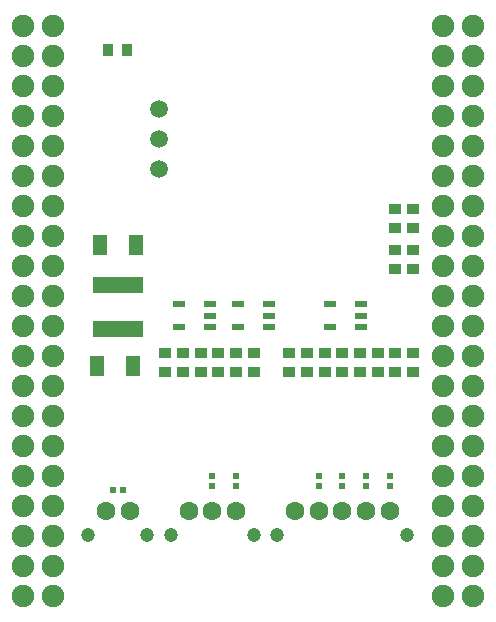
<source format=gts>
G04 #@! TF.FileFunction,Soldermask,Top*
%FSLAX46Y46*%
G04 Gerber Fmt 4.6, Leading zero omitted, Abs format (unit mm)*
G04 Created by KiCad (PCBNEW 0.201601071449+6428~40~ubuntu14.04.1-stable) date Tue 29 Mar 2016 01:59:55 BST*
%MOMM*%
G01*
G04 APERTURE LIST*
%ADD10C,0.100000*%
%ADD11R,0.950000X1.000000*%
%ADD12R,1.150000X1.800000*%
%ADD13R,1.000000X0.950000*%
%ADD14R,0.620000X0.620000*%
%ADD15C,1.500000*%
%ADD16C,1.900000*%
%ADD17C,1.200000*%
%ADD18C,1.600000*%
%ADD19R,4.200000X1.400000*%
%ADD20R,1.100000X0.600000*%
G04 APERTURE END LIST*
D10*
D11*
X60300000Y-52500000D03*
X58700000Y-52500000D03*
D12*
X60750000Y-79250000D03*
X57750000Y-79250000D03*
X61000000Y-69000000D03*
X58000000Y-69000000D03*
D13*
X81500000Y-78200000D03*
X81500000Y-79800000D03*
X77000000Y-78200000D03*
X77000000Y-79800000D03*
D14*
X59950000Y-89750000D03*
X59050000Y-89750000D03*
X76500000Y-89450000D03*
X76500000Y-88550000D03*
X78500000Y-89450000D03*
X78500000Y-88550000D03*
X80500000Y-89450000D03*
X80500000Y-88550000D03*
X82500000Y-89450000D03*
X82500000Y-88550000D03*
X67500000Y-89450000D03*
X67500000Y-88550000D03*
X69500000Y-89450000D03*
X69500000Y-88550000D03*
D13*
X83000000Y-65950000D03*
X83000000Y-67550000D03*
X83000000Y-71050000D03*
X83000000Y-69450000D03*
D15*
X63000000Y-62540000D03*
X63000000Y-60000000D03*
X63000000Y-57460000D03*
D16*
X51470000Y-98730000D03*
X54010000Y-98730000D03*
X54010000Y-96190000D03*
X51470000Y-96190000D03*
X51470000Y-93650000D03*
X54010000Y-93650000D03*
X54010000Y-91110000D03*
X51470000Y-91110000D03*
X51470000Y-88570000D03*
X54010000Y-88570000D03*
X51470000Y-86030000D03*
X51470000Y-83490000D03*
X51470000Y-80950000D03*
X51470000Y-78410000D03*
X51470000Y-75870000D03*
X51470000Y-73330000D03*
X51470000Y-70790000D03*
X51470000Y-68250000D03*
X51470000Y-65710000D03*
X51470000Y-63170000D03*
X51470000Y-60630000D03*
X51470000Y-58090000D03*
X51470000Y-55550000D03*
X51470000Y-53010000D03*
X54010000Y-53010000D03*
X54010000Y-55550000D03*
X54010000Y-58090000D03*
X54010000Y-60630000D03*
X54010000Y-63170000D03*
X54010000Y-65710000D03*
X54010000Y-68250000D03*
X54010000Y-70790000D03*
X54010000Y-73330000D03*
X54010000Y-75870000D03*
X54010000Y-78410000D03*
X54010000Y-80950000D03*
X54010000Y-83490000D03*
X54010000Y-86030000D03*
X51470000Y-50470000D03*
X54010000Y-50470000D03*
X87030000Y-98730000D03*
X89570000Y-98730000D03*
X87030000Y-96190000D03*
X89570000Y-96190000D03*
X89570000Y-93650000D03*
X87030000Y-93650000D03*
X87030000Y-91110000D03*
X89570000Y-91110000D03*
X89570000Y-88570000D03*
X87030000Y-88570000D03*
X87030000Y-86030000D03*
X89570000Y-86030000D03*
X89570000Y-83490000D03*
X87030000Y-83490000D03*
X87030000Y-80950000D03*
X89570000Y-80950000D03*
X89570000Y-78410000D03*
X87030000Y-78410000D03*
X87030000Y-75870000D03*
X89570000Y-75870000D03*
X89570000Y-73330000D03*
X87030000Y-73330000D03*
X87030000Y-70790000D03*
X89570000Y-70790000D03*
X87030000Y-68250000D03*
X89570000Y-68250000D03*
X87030000Y-65710000D03*
X89570000Y-65710000D03*
X87030000Y-63170000D03*
X89570000Y-63170000D03*
X87030000Y-60630000D03*
X89570000Y-60630000D03*
X87030000Y-58090000D03*
X89570000Y-58090000D03*
X87030000Y-55550000D03*
X89570000Y-55550000D03*
X87030000Y-53010000D03*
X89570000Y-53010000D03*
X87030000Y-50470000D03*
X89570000Y-50470000D03*
D17*
X57000000Y-93600000D03*
X62000000Y-93600000D03*
D18*
X58500000Y-91500000D03*
X60500000Y-91500000D03*
D17*
X73000000Y-93600000D03*
X84000000Y-93600000D03*
D18*
X74500000Y-91500000D03*
X76500000Y-91500000D03*
X78500000Y-91500000D03*
X80500000Y-91500000D03*
X82500000Y-91500000D03*
D17*
X64000000Y-93600000D03*
X71000000Y-93600000D03*
D18*
X65500000Y-91500000D03*
X67500000Y-91500000D03*
X69500000Y-91500000D03*
D19*
X59500000Y-76100000D03*
X59500000Y-72400000D03*
D13*
X80000000Y-79800000D03*
X80000000Y-78200000D03*
X78500000Y-79800000D03*
X78500000Y-78200000D03*
X75500000Y-79800000D03*
X75500000Y-78200000D03*
X74000000Y-79800000D03*
X74000000Y-78200000D03*
X69500000Y-79800000D03*
X69500000Y-78200000D03*
X66500000Y-79800000D03*
X66500000Y-78200000D03*
X84500000Y-67550000D03*
X84500000Y-65950000D03*
X84500000Y-69450000D03*
X84500000Y-71050000D03*
X63500000Y-78200000D03*
X63500000Y-79800000D03*
X68000000Y-78200000D03*
X68000000Y-79800000D03*
D20*
X67300000Y-75950000D03*
X67300000Y-75000000D03*
X67300000Y-74050000D03*
X64700000Y-74050000D03*
X64700000Y-75950000D03*
X72300000Y-75950000D03*
X72300000Y-75000000D03*
X72300000Y-74050000D03*
X69700000Y-74050000D03*
X69700000Y-75950000D03*
D13*
X65000000Y-79800000D03*
X65000000Y-78200000D03*
X71000000Y-79800000D03*
X71000000Y-78200000D03*
D20*
X80050000Y-75950000D03*
X80050000Y-75000000D03*
X80050000Y-74050000D03*
X77450000Y-74050000D03*
X77450000Y-75950000D03*
D13*
X83000000Y-79800000D03*
X83000000Y-78200000D03*
X84500000Y-79800000D03*
X84500000Y-78200000D03*
M02*

</source>
